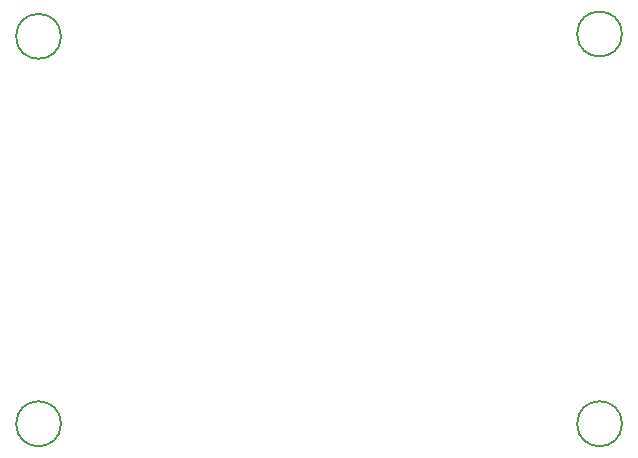
<source format=gbr>
%TF.GenerationSoftware,KiCad,Pcbnew,8.0.4-8.0.4-0~ubuntu24.04.1*%
%TF.CreationDate,2024-08-31T18:15:15+03:00*%
%TF.ProjectId,ground_control_using_pc,67726f75-6e64-45f6-936f-6e74726f6c5f,rev?*%
%TF.SameCoordinates,Original*%
%TF.FileFunction,Other,Comment*%
%FSLAX46Y46*%
G04 Gerber Fmt 4.6, Leading zero omitted, Abs format (unit mm)*
G04 Created by KiCad (PCBNEW 8.0.4-8.0.4-0~ubuntu24.04.1) date 2024-08-31 18:15:15*
%MOMM*%
%LPD*%
G01*
G04 APERTURE LIST*
%ADD10C,0.150000*%
G04 APERTURE END LIST*
D10*
%TO.C,H4*%
X204400000Y-104000000D02*
G75*
G02*
X200600000Y-104000000I-1900000J0D01*
G01*
X200600000Y-104000000D02*
G75*
G02*
X204400000Y-104000000I1900000J0D01*
G01*
%TO.C,H1*%
X156900000Y-71200000D02*
G75*
G02*
X153100000Y-71200000I-1900000J0D01*
G01*
X153100000Y-71200000D02*
G75*
G02*
X156900000Y-71200000I1900000J0D01*
G01*
%TO.C,H2*%
X156900000Y-104000000D02*
G75*
G02*
X153100000Y-104000000I-1900000J0D01*
G01*
X153100000Y-104000000D02*
G75*
G02*
X156900000Y-104000000I1900000J0D01*
G01*
%TO.C,H3*%
X204400000Y-71000000D02*
G75*
G02*
X200600000Y-71000000I-1900000J0D01*
G01*
X200600000Y-71000000D02*
G75*
G02*
X204400000Y-71000000I1900000J0D01*
G01*
%TD*%
M02*

</source>
